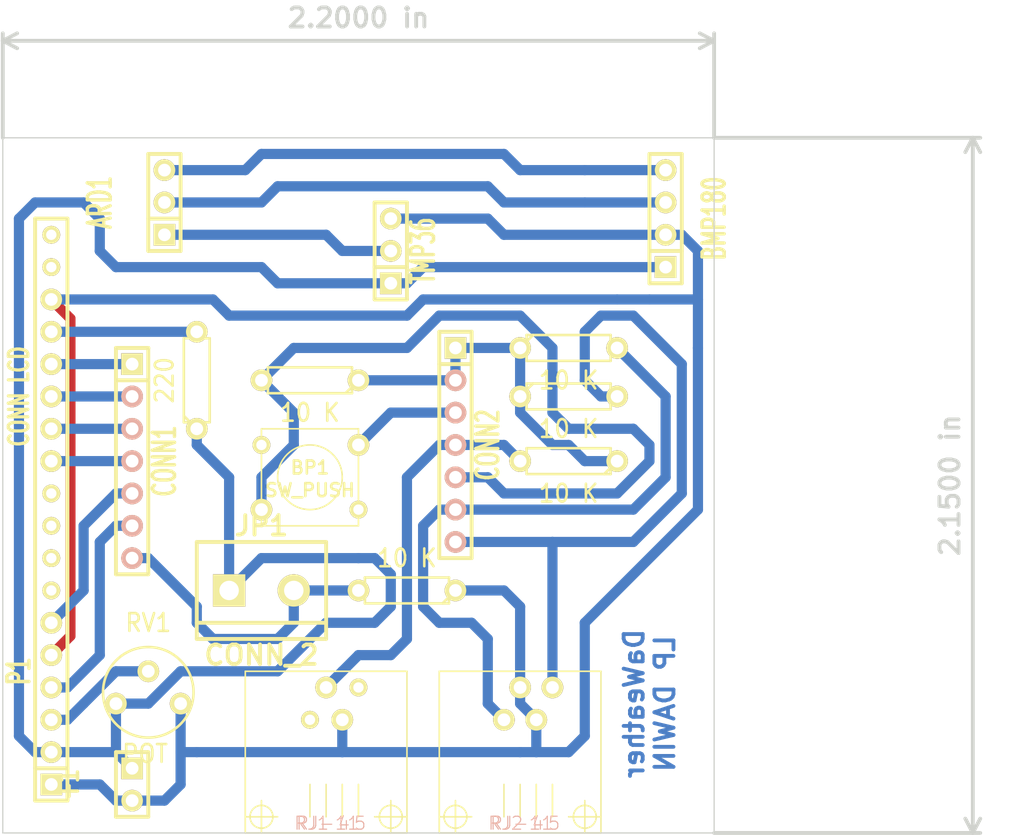
<source format=kicad_pcb>
(kicad_pcb (version 20171130) (host pcbnew "(5.1.12)-1")

  (general
    (thickness 1.6)
    (drawings 7)
    (tracks 175)
    (zones 0)
    (modules 18)
    (nets 21)
  )

  (page A3)
  (layers
    (0 Dessus.Cu signal)
    (31 Dessous.Cu signal)
    (32 B.Adhes user)
    (33 F.Adhes user)
    (34 B.Paste user)
    (35 F.Paste user)
    (36 B.SilkS user)
    (37 F.SilkS user)
    (38 B.Mask user)
    (39 F.Mask user)
    (40 Dwgs.User user)
    (41 Cmts.User user)
    (42 Eco1.User user)
    (43 Eco2.User user)
    (44 Edge.Cuts user)
  )

  (setup
    (last_trace_width 0.8)
    (trace_clearance 0.254)
    (zone_clearance 0.508)
    (zone_45_only no)
    (trace_min 0.254)
    (via_size 0.889)
    (via_drill 0.635)
    (via_min_size 0.889)
    (via_min_drill 0.508)
    (uvia_size 0.508)
    (uvia_drill 0.127)
    (uvias_allowed no)
    (uvia_min_size 0.508)
    (uvia_min_drill 0.127)
    (edge_width 0.1)
    (segment_width 0.2)
    (pcb_text_width 0.3)
    (pcb_text_size 1.5 1.5)
    (mod_edge_width 0.15)
    (mod_text_size 1 1)
    (mod_text_width 0.15)
    (pad_size 1.7 1.7)
    (pad_drill 1)
    (pad_to_mask_clearance 0)
    (aux_axis_origin 0 0)
    (visible_elements 7FFFFFFF)
    (pcbplotparams
      (layerselection 0x00030_ffffffff)
      (usegerberextensions true)
      (usegerberattributes true)
      (usegerberadvancedattributes true)
      (creategerberjobfile true)
      (excludeedgelayer true)
      (linewidth 0.150000)
      (plotframeref false)
      (viasonmask false)
      (mode 1)
      (useauxorigin false)
      (hpglpennumber 1)
      (hpglpenspeed 20)
      (hpglpendiameter 15.000000)
      (psnegative false)
      (psa4output false)
      (plotreference true)
      (plotvalue true)
      (plotinvisibletext false)
      (padsonsilk false)
      (subtractmaskfromsilk false)
      (outputformat 1)
      (mirror false)
      (drillshape 1)
      (scaleselection 1)
      (outputdirectory ""))
  )

  (net 0 "")
  (net 1 N-000001)
  (net 2 N-0000010)
  (net 3 N-0000011)
  (net 4 N-0000012)
  (net 5 N-0000013)
  (net 6 N-0000015)
  (net 7 N-0000016)
  (net 8 N-0000017)
  (net 9 N-0000018)
  (net 10 N-0000019)
  (net 11 N-000002)
  (net 12 N-0000020)
  (net 13 N-0000021)
  (net 14 N-0000022)
  (net 15 N-0000027)
  (net 16 N-000003)
  (net 17 N-000004)
  (net 18 N-000005)
  (net 19 N-000006)
  (net 20 N-000009)

  (net_class Default "Ceci est la Netclass par défaut"
    (clearance 0.254)
    (trace_width 0.8)
    (via_dia 0.889)
    (via_drill 0.635)
    (uvia_dia 0.508)
    (uvia_drill 0.127)
    (add_net N-000001)
    (add_net N-0000010)
    (add_net N-0000011)
    (add_net N-0000012)
    (add_net N-0000013)
    (add_net N-0000015)
    (add_net N-0000016)
    (add_net N-0000017)
    (add_net N-0000018)
    (add_net N-0000019)
    (add_net N-000002)
    (add_net N-0000020)
    (add_net N-0000021)
    (add_net N-0000022)
    (add_net N-0000027)
    (add_net N-000003)
    (add_net N-000004)
    (add_net N-000005)
    (add_net N-000006)
    (add_net N-000009)
  )

  (module SW_PUSH_SMALL (layer Dessus.Cu) (tedit 54C9627A) (tstamp 54C90043)
    (at 97.79 81.28)
    (path /54C8C291)
    (fp_text reference BP1 (at 0 -0.762) (layer F.SilkS)
      (effects (font (size 1.016 1.016) (thickness 0.2032)))
    )
    (fp_text value SW_PUSH (at 0 1.016) (layer F.SilkS)
      (effects (font (size 1.016 1.016) (thickness 0.2032)))
    )
    (fp_line (start -3.81 -3.81) (end -3.81 3.81) (layer F.SilkS) (width 0.127))
    (fp_line (start 3.81 3.81) (end -3.81 3.81) (layer F.SilkS) (width 0.127))
    (fp_line (start 3.81 -3.81) (end 3.81 3.81) (layer F.SilkS) (width 0.127))
    (fp_line (start -3.81 -3.81) (end 3.81 -3.81) (layer F.SilkS) (width 0.127))
    (fp_circle (center 0 0) (end 0 -2.54) (layer F.SilkS) (width 0.127))
    (pad 1 thru_hole circle (at 3.81 -2.54) (size 1.7 1.7) (drill 1) (layers *.Cu *.Mask F.SilkS)
      (net 18 N-000005))
    (pad 2 thru_hole circle (at 3.81 2.54) (size 1.397 1.397) (drill 0.8128) (layers *.Cu *.Mask F.SilkS))
    (pad 1 thru_hole circle (at -3.81 -2.54) (size 1.397 1.397) (drill 0.8128) (layers *.Cu *.Mask F.SilkS))
    (pad 2 thru_hole circle (at -3.81 2.54) (size 1.7 1.7) (drill 1) (layers *.Cu *.Mask F.SilkS)
      (net 11 N-000002))
  )

  (module SIL-7 (layer Dessus.Cu) (tedit 54C96456) (tstamp 54C90055)
    (at 109.22 78.74 270)
    (descr "Connecteur 7 pins")
    (tags "CONN DEV")
    (path /54C8DBB2)
    (fp_text reference CONN2 (at 0 -2.54 270) (layer F.SilkS)
      (effects (font (size 1.72974 1.08712) (thickness 0.3048)))
    )
    (fp_text value CONN_7 (at 0 2.54 270) (layer F.SilkS) hide
      (effects (font (size 1.524 1.016) (thickness 0.3048)))
    )
    (fp_line (start -6.35 1.27) (end -6.35 -1.27) (layer F.SilkS) (width 0.3048))
    (fp_line (start -6.35 1.27) (end -6.35 1.27) (layer F.SilkS) (width 0.3048))
    (fp_line (start -8.89 1.27) (end -8.89 -1.27) (layer F.SilkS) (width 0.3048))
    (fp_line (start 8.89 1.27) (end -8.89 1.27) (layer F.SilkS) (width 0.3048))
    (fp_line (start 8.89 -1.27) (end 8.89 1.27) (layer F.SilkS) (width 0.3048))
    (fp_line (start -8.89 -1.27) (end 8.89 -1.27) (layer F.SilkS) (width 0.3048))
    (fp_line (start -8.89 -1.27) (end -8.89 -1.27) (layer F.SilkS) (width 0.3048))
    (pad 1 thru_hole rect (at -7.62 0 270) (size 1.7 1.7) (drill 1) (layers *.Cu *.Mask F.SilkS)
      (net 10 N-0000019))
    (pad 2 thru_hole circle (at -5.08 0 270) (size 1.7 1.7) (drill 1) (layers *.Cu *.SilkS *.Mask)
      (net 10 N-0000019))
    (pad 3 thru_hole circle (at -2.54 0 270) (size 1.7 1.7) (drill 1) (layers *.Cu *.SilkS *.Mask)
      (net 18 N-000005))
    (pad 4 thru_hole circle (at 0 0 270) (size 1.7 1.7) (drill 1) (layers *.Cu *.SilkS *.Mask)
      (net 17 N-000004))
    (pad 5 thru_hole circle (at 2.54 0 270) (size 1.7 1.7) (drill 1) (layers *.Cu *.SilkS *.Mask)
      (net 11 N-000002))
    (pad 6 thru_hole circle (at 5.08 0 270) (size 1.7 1.7) (drill 1) (layers *.Cu *.SilkS *.Mask)
      (net 1 N-000001))
    (pad 7 thru_hole circle (at 7.62 0 270) (size 1.7 1.7) (drill 1) (layers *.Cu *.SilkS *.Mask)
      (net 16 N-000003))
  )

  (module SIL-7 (layer Dessus.Cu) (tedit 54C962FA) (tstamp 54C90067)
    (at 83.82 80.01 270)
    (descr "Connecteur 7 pins")
    (tags "CONN DEV")
    (path /54C8D248)
    (fp_text reference CONN1 (at 0 -2.54 270) (layer F.SilkS)
      (effects (font (size 1.72974 1.08712) (thickness 0.3048)))
    )
    (fp_text value CONN_7 (at 0 -2.54 270) (layer F.SilkS) hide
      (effects (font (size 1.524 1.016) (thickness 0.3048)))
    )
    (fp_line (start -6.35 1.27) (end -6.35 -1.27) (layer F.SilkS) (width 0.3048))
    (fp_line (start -6.35 1.27) (end -6.35 1.27) (layer F.SilkS) (width 0.3048))
    (fp_line (start -8.89 1.27) (end -8.89 -1.27) (layer F.SilkS) (width 0.3048))
    (fp_line (start 8.89 1.27) (end -8.89 1.27) (layer F.SilkS) (width 0.3048))
    (fp_line (start 8.89 -1.27) (end 8.89 1.27) (layer F.SilkS) (width 0.3048))
    (fp_line (start -8.89 -1.27) (end 8.89 -1.27) (layer F.SilkS) (width 0.3048))
    (fp_line (start -8.89 -1.27) (end -8.89 -1.27) (layer F.SilkS) (width 0.3048))
    (pad 1 thru_hole rect (at -7.62 0 270) (size 1.7 1.7) (drill 1) (layers *.Cu *.Mask F.SilkS)
      (net 7 N-0000016))
    (pad 2 thru_hole circle (at -5.08 0 270) (size 1.7 1.7) (drill 1) (layers *.Cu *.SilkS *.Mask)
      (net 8 N-0000017))
    (pad 3 thru_hole circle (at -2.54 0 270) (size 1.7 1.7) (drill 1) (layers *.Cu *.SilkS *.Mask)
      (net 15 N-0000027))
    (pad 4 thru_hole circle (at 0 0 270) (size 1.7 1.7) (drill 1) (layers *.Cu *.SilkS *.Mask)
      (net 9 N-0000018))
    (pad 5 thru_hole circle (at 2.54 0 270) (size 1.7 1.7) (drill 1) (layers *.Cu *.SilkS *.Mask)
      (net 14 N-0000022))
    (pad 6 thru_hole circle (at 5.08 0 270) (size 1.7 1.7) (drill 1) (layers *.Cu *.SilkS *.Mask)
      (net 4 N-0000012))
    (pad 7 thru_hole circle (at 7.62 0 270) (size 1.7 1.7) (drill 1) (layers *.Cu *.SilkS *.Mask)
      (net 6 N-0000015))
  )

  (module SIL-4 (layer Dessus.Cu) (tedit 54C961F0) (tstamp 54C90076)
    (at 125.73 60.96 90)
    (descr "Connecteur 4 pibs")
    (tags "CONN DEV")
    (path /54C8F200)
    (fp_text reference BMP180 (at 0 3.81 90) (layer F.SilkS)
      (effects (font (size 1.73482 1.08712) (thickness 0.3048)))
    )
    (fp_text value CONN_4 (at 0 -2.54 90) (layer F.SilkS) hide
      (effects (font (size 1.524 1.016) (thickness 0.3048)))
    )
    (fp_line (start -2.54 1.27) (end -2.54 -1.27) (layer F.SilkS) (width 0.3048))
    (fp_line (start 5.08 1.27) (end -5.08 1.27) (layer F.SilkS) (width 0.3048))
    (fp_line (start 5.08 -1.27) (end 5.08 1.27) (layer F.SilkS) (width 0.3048))
    (fp_line (start -5.08 -1.27) (end 5.08 -1.27) (layer F.SilkS) (width 0.3048))
    (fp_line (start -5.08 -1.27) (end -5.08 -1.27) (layer F.SilkS) (width 0.3048))
    (fp_line (start -5.08 1.27) (end -5.08 -1.27) (layer F.SilkS) (width 0.3048))
    (fp_line (start -5.08 -1.27) (end -5.08 -1.27) (layer F.SilkS) (width 0.3048))
    (pad 1 thru_hole rect (at -3.81 0 90) (size 1.7 1.7) (drill 1) (layers *.Cu *.Mask F.SilkS)
      (net 19 N-000006))
    (pad 2 thru_hole circle (at -1.27 0 90) (size 1.7 1.7) (drill 1) (layers *.Cu *.Mask F.SilkS)
      (net 13 N-0000021))
    (pad 3 thru_hole circle (at 1.27 0 90) (size 1.7 1.7) (drill 1) (layers *.Cu *.Mask F.SilkS)
      (net 2 N-0000010))
    (pad 4 thru_hole circle (at 3.81 0 90) (size 1.7 1.7) (drill 1) (layers *.Cu *.Mask F.SilkS)
      (net 3 N-0000011))
  )

  (module SIL-3 (layer Dessus.Cu) (tedit 54C96230) (tstamp 54C90082)
    (at 86.36 59.69 90)
    (descr "Connecteur 3 pins")
    (tags "CONN DEV")
    (path /54C8EE3C)
    (fp_text reference ARD1 (at 0 -5.08 90) (layer F.SilkS)
      (effects (font (size 1.7907 1.07696) (thickness 0.3048)))
    )
    (fp_text value CONN_3 (at 0 -2.54 90) (layer F.SilkS) hide
      (effects (font (size 1.524 1.016) (thickness 0.3048)))
    )
    (fp_line (start -1.27 -1.27) (end -1.27 1.27) (layer F.SilkS) (width 0.3048))
    (fp_line (start 3.81 1.27) (end -3.81 1.27) (layer F.SilkS) (width 0.3048))
    (fp_line (start 3.81 -1.27) (end 3.81 1.27) (layer F.SilkS) (width 0.3048))
    (fp_line (start -3.81 -1.27) (end 3.81 -1.27) (layer F.SilkS) (width 0.3048))
    (fp_line (start -3.81 1.27) (end -3.81 -1.27) (layer F.SilkS) (width 0.3048))
    (pad 1 thru_hole rect (at -2.54 0 90) (size 1.7 1.7) (drill 1) (layers *.Cu *.Mask F.SilkS)
      (net 20 N-000009))
    (pad 2 thru_hole circle (at 0 0 90) (size 1.7 1.7) (drill 1) (layers *.Cu *.Mask F.SilkS)
      (net 2 N-0000010))
    (pad 3 thru_hole circle (at 2.54 0 90) (size 1.7 1.7) (drill 1) (layers *.Cu *.Mask F.SilkS)
      (net 3 N-0000011))
  )

  (module SIL-3 (layer Dessus.Cu) (tedit 54C96211) (tstamp 54C94F19)
    (at 104.14 63.5 90)
    (descr "Connecteur 3 pins")
    (tags "CONN DEV")
    (path /54C8ECC3)
    (fp_text reference TMP36 (at 0 2.54 90) (layer F.SilkS)
      (effects (font (size 1.7907 1.07696) (thickness 0.3048)))
    )
    (fp_text value CONN_3 (at 0 -2.54 90) (layer F.SilkS) hide
      (effects (font (size 1.524 1.016) (thickness 0.3048)))
    )
    (fp_line (start -1.27 -1.27) (end -1.27 1.27) (layer F.SilkS) (width 0.3048))
    (fp_line (start 3.81 1.27) (end -3.81 1.27) (layer F.SilkS) (width 0.3048))
    (fp_line (start 3.81 -1.27) (end 3.81 1.27) (layer F.SilkS) (width 0.3048))
    (fp_line (start -3.81 -1.27) (end 3.81 -1.27) (layer F.SilkS) (width 0.3048))
    (fp_line (start -3.81 1.27) (end -3.81 -1.27) (layer F.SilkS) (width 0.3048))
    (pad 1 thru_hole rect (at -2.54 0 90) (size 1.7 1.7) (drill 1) (layers *.Cu *.Mask F.SilkS)
      (net 19 N-000006))
    (pad 2 thru_hole circle (at 0 0 90) (size 1.7 1.7) (drill 1) (layers *.Cu *.Mask F.SilkS)
      (net 20 N-000009))
    (pad 3 thru_hole circle (at 2.54 0 90) (size 1.7 1.7) (drill 1) (layers *.Cu *.Mask F.SilkS)
      (net 13 N-0000021))
  )

  (module SIL-2 (layer Dessus.Cu) (tedit 54C963B1) (tstamp 54C90098)
    (at 83.82 105.41 270)
    (descr "Connecteurs 2 pins")
    (tags "CONN DEV")
    (path /54C8D258)
    (fp_text reference +1 (at 0 5.08 270) (layer F.SilkS)
      (effects (font (size 1.72974 1.08712) (thickness 0.3048)))
    )
    (fp_text value CONN_2 (at 0 -2.54 270) (layer F.SilkS) hide
      (effects (font (size 1.524 1.016) (thickness 0.3048)))
    )
    (fp_line (start 2.54 1.27) (end -2.54 1.27) (layer F.SilkS) (width 0.3048))
    (fp_line (start 2.54 -1.27) (end 2.54 1.27) (layer F.SilkS) (width 0.3048))
    (fp_line (start -2.54 -1.27) (end 2.54 -1.27) (layer F.SilkS) (width 0.3048))
    (fp_line (start -2.54 1.27) (end -2.54 -1.27) (layer F.SilkS) (width 0.3048))
    (pad 1 thru_hole rect (at -1.27 0 270) (size 1.7 1.7) (drill 1) (layers *.Cu *.Mask F.SilkS)
      (net 19 N-000006))
    (pad 2 thru_hole circle (at 1.27 0 270) (size 1.7 1.7) (drill 1) (layers *.Cu *.Mask F.SilkS)
      (net 13 N-0000021))
  )

  (module SIL-18 (layer Dessus.Cu) (tedit 54C96333) (tstamp 54C94F35)
    (at 77.47 83.82 90)
    (descr "Connecteur 18 pins")
    (tags "CONN DEV")
    (path /54C8CFEE)
    (fp_text reference P1 (at -12.7 -2.54 90) (layer F.SilkS)
      (effects (font (size 1.72974 1.08712) (thickness 0.3048)))
    )
    (fp_text value "CONN LCD" (at 8.89 -2.54 90) (layer F.SilkS)
      (effects (font (size 1.524 1.016) (thickness 0.3048)))
    )
    (fp_line (start -20.32 -1.27) (end -20.32 1.27) (layer F.SilkS) (width 0.3048))
    (fp_line (start -22.86 1.27) (end -22.86 -1.27) (layer F.SilkS) (width 0.3048))
    (fp_line (start 22.86 1.27) (end -22.86 1.27) (layer F.SilkS) (width 0.3048))
    (fp_line (start 22.86 -1.27) (end 22.86 1.27) (layer F.SilkS) (width 0.3048))
    (fp_line (start -22.86 -1.27) (end 22.86 -1.27) (layer F.SilkS) (width 0.3048))
    (pad 1 thru_hole rect (at -21.59 0 90) (size 1.7 1.7) (drill 1) (layers *.Cu *.Mask F.SilkS)
      (net 13 N-0000021))
    (pad 2 thru_hole circle (at -19.05 0 90) (size 1.7 1.7) (drill 1) (layers *.Cu *.Mask F.SilkS)
      (net 19 N-000006))
    (pad 3 thru_hole circle (at -16.51 0 90) (size 1.7 1.7) (drill 1) (layers *.Cu *.Mask F.SilkS)
      (net 12 N-0000020))
    (pad 4 thru_hole circle (at -13.97 0 90) (size 1.7 1.7) (drill 1) (layers *.Cu *.Mask F.SilkS)
      (net 4 N-0000012))
    (pad 5 thru_hole circle (at -11.43 0 90) (size 1.7 1.7) (drill 1) (layers *.Cu *.Mask F.SilkS)
      (net 13 N-0000021))
    (pad 6 thru_hole circle (at -8.89 0 90) (size 1.7 1.7) (drill 1) (layers *.Cu *.Mask F.SilkS)
      (net 14 N-0000022))
    (pad 7 thru_hole circle (at -6.35 0 90) (size 1.397 1.397) (drill 0.8128) (layers *.Cu *.Mask F.SilkS))
    (pad 8 thru_hole circle (at -3.81 0 90) (size 1.397 1.397) (drill 0.8128) (layers *.Cu *.Mask F.SilkS))
    (pad 9 thru_hole circle (at -1.27 0 90) (size 1.397 1.397) (drill 0.8128) (layers *.Cu *.Mask F.SilkS))
    (pad 10 thru_hole circle (at 1.27 0 90) (size 1.397 1.397) (drill 0.8128) (layers *.Cu *.Mask F.SilkS))
    (pad 11 thru_hole circle (at 3.81 0 90) (size 1.7 1.7) (drill 1) (layers *.Cu *.Mask F.SilkS)
      (net 9 N-0000018))
    (pad 12 thru_hole circle (at 6.35 0 90) (size 1.7 1.7) (drill 1) (layers *.Cu *.Mask F.SilkS)
      (net 15 N-0000027))
    (pad 13 thru_hole circle (at 8.89 0 90) (size 1.7 1.7) (drill 1) (layers *.Cu *.Mask F.SilkS)
      (net 8 N-0000017))
    (pad 14 thru_hole circle (at 11.43 0 90) (size 1.7 1.7) (drill 1) (layers *.Cu *.Mask F.SilkS)
      (net 7 N-0000016))
    (pad 15 thru_hole circle (at 13.97 0 90) (size 1.7 1.7) (drill 1) (layers *.Cu *.Mask F.SilkS)
      (net 5 N-0000013))
    (pad 16 thru_hole circle (at 16.51 0 90) (size 1.7 1.7) (drill 1) (layers *.Cu *.Mask F.SilkS)
      (net 13 N-0000021))
    (pad 17 thru_hole circle (at 19.05 0 90) (size 1.397 1.397) (drill 0.8128) (layers *.Cu *.Mask F.SilkS))
    (pad 18 thru_hole circle (at 21.59 0 90) (size 1.397 1.397) (drill 0.8128) (layers *.Cu *.Mask F.SilkS))
  )

  (module scenix4-RJ-11 (layer Dessus.Cu) (tedit 54C963C7) (tstamp 54C900CB)
    (at 99.06 101.6 180)
    (path /54C8FB85)
    (attr virtual)
    (fp_text reference RJ1 (at 1.143 -6.858 180) (layer B.SilkS)
      (effects (font (size 1.016 1.016) (thickness 0.0889)))
    )
    (fp_text value RJ-11 (at -0.127 -6.858 180) (layer B.SilkS)
      (effects (font (size 1.016 1.016) (thickness 0.0889)))
    )
    (fp_line (start 5.08 -5.08) (end 5.08 -7.62) (layer F.SilkS) (width 0.127))
    (fp_line (start 3.81 -6.35) (end 6.35 -6.35) (layer F.SilkS) (width 0.127))
    (fp_circle (center 5.08 -6.35) (end 5.715 -6.985) (layer F.SilkS) (width 0.127))
    (fp_line (start -5.08 -5.08) (end -5.08 -7.62) (layer F.SilkS) (width 0.127))
    (fp_line (start -6.35 -6.35) (end -3.81 -6.35) (layer F.SilkS) (width 0.127))
    (fp_circle (center -5.08 -6.35) (end -5.715 -6.985) (layer F.SilkS) (width 0.127))
    (fp_line (start -6.35 5.08) (end -6.35 -7.62) (layer F.SilkS) (width 0.127))
    (fp_line (start 6.35 5.08) (end -6.35 5.08) (layer F.SilkS) (width 0.127))
    (fp_line (start 6.35 -7.62) (end 6.35 5.08) (layer F.SilkS) (width 0.127))
    (fp_line (start -6.35 -7.62) (end 6.35 -7.62) (layer F.SilkS) (width 0.127))
    (fp_line (start 1.27 -6.35) (end 1.27 -3.81) (layer F.SilkS) (width 0.127))
    (fp_line (start 0 -6.35) (end 0 -3.81) (layer F.SilkS) (width 0.127))
    (fp_line (start -1.27 -6.35) (end -1.27 -3.81) (layer F.SilkS) (width 0.127))
    (fp_line (start -2.54 -6.35) (end -2.54 -3.81) (layer F.SilkS) (width 0.127))
    (fp_text user 4 (at -1.397 -6.858 180) (layer B.SilkS)
      (effects (font (size 1.016 1.016) (thickness 0.0889)))
    )
    (fp_text user 5 (at -2.667 -6.858 180) (layer B.SilkS)
      (effects (font (size 1.016 1.016) (thickness 0.0889)))
    )
    (pad 2 thru_hole circle (at 1.27 1.27 180) (size 1.397 1.397) (drill 0.8128) (layers *.Cu F.Paste F.SilkS F.Mask))
    (pad 3 thru_hole circle (at 0 3.81 180) (size 1.7 1.7) (drill 1) (layers *.Cu F.Paste F.SilkS F.Mask)
      (net 17 N-000004))
    (pad 4 thru_hole circle (at -1.27 1.27 180) (size 1.7 1.7) (drill 1) (layers *.Cu F.Paste F.SilkS F.Mask)
      (net 13 N-0000021))
    (pad 5 thru_hole circle (at -2.54 3.81 180) (size 1.397 1.397) (drill 0.8128) (layers *.Cu F.Paste F.SilkS F.Mask))
  )

  (module scenix4-RJ-11 (layer Dessus.Cu) (tedit 54C96401) (tstamp 54C900E3)
    (at 114.3 101.6 180)
    (path /54C8C2DD)
    (attr virtual)
    (fp_text reference RJ2 (at 1.143 -6.858 180) (layer B.SilkS)
      (effects (font (size 1.016 1.016) (thickness 0.0889)))
    )
    (fp_text value RJ-11 (at -0.127 -6.858 180) (layer B.SilkS)
      (effects (font (size 1.016 1.016) (thickness 0.0889)))
    )
    (fp_line (start 5.08 -5.08) (end 5.08 -7.62) (layer F.SilkS) (width 0.127))
    (fp_line (start 3.81 -6.35) (end 6.35 -6.35) (layer F.SilkS) (width 0.127))
    (fp_circle (center 5.08 -6.35) (end 5.715 -6.985) (layer F.SilkS) (width 0.127))
    (fp_line (start -5.08 -5.08) (end -5.08 -7.62) (layer F.SilkS) (width 0.127))
    (fp_line (start -6.35 -6.35) (end -3.81 -6.35) (layer F.SilkS) (width 0.127))
    (fp_circle (center -5.08 -6.35) (end -5.715 -6.985) (layer F.SilkS) (width 0.127))
    (fp_line (start -6.35 5.08) (end -6.35 -7.62) (layer F.SilkS) (width 0.127))
    (fp_line (start 6.35 5.08) (end -6.35 5.08) (layer F.SilkS) (width 0.127))
    (fp_line (start 6.35 -7.62) (end 6.35 5.08) (layer F.SilkS) (width 0.127))
    (fp_line (start -6.35 -7.62) (end 6.35 -7.62) (layer F.SilkS) (width 0.127))
    (fp_line (start 1.27 -6.35) (end 1.27 -3.81) (layer F.SilkS) (width 0.127))
    (fp_line (start 0 -6.35) (end 0 -3.81) (layer F.SilkS) (width 0.127))
    (fp_line (start -1.27 -6.35) (end -1.27 -3.81) (layer F.SilkS) (width 0.127))
    (fp_line (start -2.54 -6.35) (end -2.54 -3.81) (layer F.SilkS) (width 0.127))
    (fp_text user 4 (at -1.397 -6.858 180) (layer B.SilkS)
      (effects (font (size 1.016 1.016) (thickness 0.0889)))
    )
    (fp_text user 5 (at -2.667 -6.858 180) (layer B.SilkS)
      (effects (font (size 1.016 1.016) (thickness 0.0889)))
    )
    (pad 2 thru_hole circle (at 1.27 1.27 180) (size 1.7 1.7) (drill 1) (layers *.Cu F.Paste F.SilkS F.Mask)
      (net 1 N-000001))
    (pad 3 thru_hole circle (at 0 3.81 180) (size 1.7 1.7) (drill 1) (layers *.Cu F.Paste F.SilkS F.Mask)
      (net 13 N-0000021))
    (pad 4 thru_hole circle (at -1.27 1.27 180) (size 1.7 1.7) (drill 1) (layers *.Cu F.Paste F.SilkS F.Mask)
      (net 13 N-0000021))
    (pad 5 thru_hole circle (at -2.54 3.81 180) (size 1.7 1.7) (drill 1) (layers *.Cu F.Paste F.SilkS F.Mask)
      (net 16 N-000003))
  )

  (module RV2 (layer Dessus.Cu) (tedit 54C96351) (tstamp 54C900EB)
    (at 85.09 97.79)
    (descr "Resistance variable / potentiometre")
    (tags R)
    (path /54C8F4AF)
    (autoplace_cost90 10)
    (autoplace_cost180 10)
    (fp_text reference RV1 (at 0 -5.08) (layer F.SilkS)
      (effects (font (size 1.397 1.27) (thickness 0.2032)))
    )
    (fp_text value POT (at -0.254 5.207) (layer F.SilkS)
      (effects (font (size 1.397 1.27) (thickness 0.2032)))
    )
    (fp_circle (center 0 0.381) (end 0 -3.175) (layer F.SilkS) (width 0.2032))
    (pad 1 thru_hole circle (at -2.54 1.27) (size 1.7 1.7) (drill 1) (layers *.Cu *.Mask F.SilkS)
      (net 19 N-000006))
    (pad 2 thru_hole circle (at 0 -1.27) (size 1.7 1.7) (drill 1) (layers *.Cu *.Mask F.SilkS)
      (net 12 N-0000020))
    (pad 3 thru_hole circle (at 2.54 1.27) (size 1.7 1.7) (drill 1) (layers *.Cu *.Mask F.SilkS)
      (net 13 N-0000021))
    (model discret/adjustable_rx2.wrl
      (at (xyz 0 0 0))
      (scale (xyz 1 1 1))
      (rotate (xyz 0 0 0))
    )
  )

  (module R3 (layer Dessus.Cu) (tedit 54C96248) (tstamp 54C900F9)
    (at 88.9 73.66 90)
    (descr "Resitance 3 pas")
    (tags R)
    (path /54C8D0E6)
    (autoplace_cost180 10)
    (fp_text reference R6 (at 0 0.127 90) (layer F.SilkS) hide
      (effects (font (size 1.397 1.27) (thickness 0.2032)))
    )
    (fp_text value 220 (at 0 -2.54 90) (layer F.SilkS)
      (effects (font (size 1.397 1.27) (thickness 0.2032)))
    )
    (fp_line (start -3.302 -0.508) (end -2.794 -1.016) (layer F.SilkS) (width 0.2032))
    (fp_line (start 3.302 1.016) (end 3.302 0) (layer F.SilkS) (width 0.2032))
    (fp_line (start -3.302 1.016) (end 3.302 1.016) (layer F.SilkS) (width 0.2032))
    (fp_line (start -3.302 -1.016) (end -3.302 1.016) (layer F.SilkS) (width 0.2032))
    (fp_line (start 3.302 -1.016) (end -3.302 -1.016) (layer F.SilkS) (width 0.2032))
    (fp_line (start 3.302 0) (end 3.302 -1.016) (layer F.SilkS) (width 0.2032))
    (fp_line (start 3.81 0) (end 3.302 0) (layer F.SilkS) (width 0.2032))
    (fp_line (start -3.81 0) (end -3.302 0) (layer F.SilkS) (width 0.2032))
    (pad 1 thru_hole circle (at -3.81 0 90) (size 1.7 1.7) (drill 1) (layers *.Cu *.Mask F.SilkS)
      (net 19 N-000006))
    (pad 2 thru_hole circle (at 3.81 0 90) (size 1.7 1.7) (drill 1) (layers *.Cu *.Mask F.SilkS)
      (net 5 N-0000013))
    (model discret/resistor.wrl
      (at (xyz 0 0 0))
      (scale (xyz 0.3 0.3 0.3))
      (rotate (xyz 0 0 0))
    )
  )

  (module R3 (layer Dessus.Cu) (tedit 54C963D6) (tstamp 54C90107)
    (at 105.41 90.17 180)
    (descr "Resitance 3 pas")
    (tags R)
    (path /54C8D08F)
    (autoplace_cost180 10)
    (fp_text reference R5 (at 0 0.127 180) (layer F.SilkS) hide
      (effects (font (size 1.397 1.27) (thickness 0.2032)))
    )
    (fp_text value "10 K" (at 0 2.54 180) (layer F.SilkS)
      (effects (font (size 1.397 1.27) (thickness 0.2032)))
    )
    (fp_line (start -3.302 -0.508) (end -2.794 -1.016) (layer F.SilkS) (width 0.2032))
    (fp_line (start 3.302 1.016) (end 3.302 0) (layer F.SilkS) (width 0.2032))
    (fp_line (start -3.302 1.016) (end 3.302 1.016) (layer F.SilkS) (width 0.2032))
    (fp_line (start -3.302 -1.016) (end -3.302 1.016) (layer F.SilkS) (width 0.2032))
    (fp_line (start 3.302 -1.016) (end -3.302 -1.016) (layer F.SilkS) (width 0.2032))
    (fp_line (start 3.302 0) (end 3.302 -1.016) (layer F.SilkS) (width 0.2032))
    (fp_line (start 3.81 0) (end 3.302 0) (layer F.SilkS) (width 0.2032))
    (fp_line (start -3.81 0) (end -3.302 0) (layer F.SilkS) (width 0.2032))
    (pad 1 thru_hole circle (at -3.81 0 180) (size 1.7 1.7) (drill 1) (layers *.Cu *.Mask F.SilkS)
      (net 13 N-0000021))
    (pad 2 thru_hole circle (at 3.81 0 180) (size 1.7 1.7) (drill 1) (layers *.Cu *.Mask F.SilkS)
      (net 6 N-0000015))
    (model discret/resistor.wrl
      (at (xyz 0 0 0))
      (scale (xyz 0.3 0.3 0.3))
      (rotate (xyz 0 0 0))
    )
  )

  (module R3 (layer Dessus.Cu) (tedit 54C9648A) (tstamp 54C90115)
    (at 118.11 74.93)
    (descr "Resitance 3 pas")
    (tags R)
    (path /54C8B44B)
    (autoplace_cost180 10)
    (fp_text reference R4 (at 0 0.127) (layer F.SilkS) hide
      (effects (font (size 1.397 1.27) (thickness 0.2032)))
    )
    (fp_text value "10 K" (at 0 2.54) (layer F.SilkS)
      (effects (font (size 1.397 1.27) (thickness 0.2032)))
    )
    (fp_line (start -3.302 -0.508) (end -2.794 -1.016) (layer F.SilkS) (width 0.2032))
    (fp_line (start 3.302 1.016) (end 3.302 0) (layer F.SilkS) (width 0.2032))
    (fp_line (start -3.302 1.016) (end 3.302 1.016) (layer F.SilkS) (width 0.2032))
    (fp_line (start -3.302 -1.016) (end -3.302 1.016) (layer F.SilkS) (width 0.2032))
    (fp_line (start 3.302 -1.016) (end -3.302 -1.016) (layer F.SilkS) (width 0.2032))
    (fp_line (start 3.302 0) (end 3.302 -1.016) (layer F.SilkS) (width 0.2032))
    (fp_line (start 3.81 0) (end 3.302 0) (layer F.SilkS) (width 0.2032))
    (fp_line (start -3.81 0) (end -3.302 0) (layer F.SilkS) (width 0.2032))
    (pad 1 thru_hole circle (at -3.81 0) (size 1.7 1.7) (drill 1) (layers *.Cu *.Mask F.SilkS)
      (net 10 N-0000019))
    (pad 2 thru_hole circle (at 3.81 0) (size 1.7 1.7) (drill 1) (layers *.Cu *.Mask F.SilkS)
      (net 16 N-000003))
    (model discret/resistor.wrl
      (at (xyz 0 0 0))
      (scale (xyz 0.3 0.3 0.3))
      (rotate (xyz 0 0 0))
    )
  )

  (module R3 (layer Dessus.Cu) (tedit 54C96482) (tstamp 54C90123)
    (at 118.11 71.12)
    (descr "Resitance 3 pas")
    (tags R)
    (path /54C8B43C)
    (autoplace_cost180 10)
    (fp_text reference R3 (at 0 0.127) (layer F.SilkS) hide
      (effects (font (size 1.397 1.27) (thickness 0.2032)))
    )
    (fp_text value "10 K" (at 0 2.54) (layer F.SilkS)
      (effects (font (size 1.397 1.27) (thickness 0.2032)))
    )
    (fp_line (start -3.302 -0.508) (end -2.794 -1.016) (layer F.SilkS) (width 0.2032))
    (fp_line (start 3.302 1.016) (end 3.302 0) (layer F.SilkS) (width 0.2032))
    (fp_line (start -3.302 1.016) (end 3.302 1.016) (layer F.SilkS) (width 0.2032))
    (fp_line (start -3.302 -1.016) (end -3.302 1.016) (layer F.SilkS) (width 0.2032))
    (fp_line (start 3.302 -1.016) (end -3.302 -1.016) (layer F.SilkS) (width 0.2032))
    (fp_line (start 3.302 0) (end 3.302 -1.016) (layer F.SilkS) (width 0.2032))
    (fp_line (start 3.81 0) (end 3.302 0) (layer F.SilkS) (width 0.2032))
    (fp_line (start -3.81 0) (end -3.302 0) (layer F.SilkS) (width 0.2032))
    (pad 1 thru_hole circle (at -3.81 0) (size 1.7 1.7) (drill 1) (layers *.Cu *.Mask F.SilkS)
      (net 10 N-0000019))
    (pad 2 thru_hole circle (at 3.81 0) (size 1.7 1.7) (drill 1) (layers *.Cu *.Mask F.SilkS)
      (net 1 N-000001))
    (model discret/resistor.wrl
      (at (xyz 0 0 0))
      (scale (xyz 0.3 0.3 0.3))
      (rotate (xyz 0 0 0))
    )
  )

  (module R3 (layer Dessus.Cu) (tedit 54C96463) (tstamp 54C90131)
    (at 118.11 80.01 180)
    (descr "Resitance 3 pas")
    (tags R)
    (path /54C8B42D)
    (autoplace_cost180 10)
    (fp_text reference R2 (at 0 0.127 180) (layer F.SilkS) hide
      (effects (font (size 1.397 1.27) (thickness 0.2032)))
    )
    (fp_text value "10 K" (at 0 -2.54 180) (layer F.SilkS)
      (effects (font (size 1.397 1.27) (thickness 0.2032)))
    )
    (fp_line (start -3.302 -0.508) (end -2.794 -1.016) (layer F.SilkS) (width 0.2032))
    (fp_line (start 3.302 1.016) (end 3.302 0) (layer F.SilkS) (width 0.2032))
    (fp_line (start -3.302 1.016) (end 3.302 1.016) (layer F.SilkS) (width 0.2032))
    (fp_line (start -3.302 -1.016) (end -3.302 1.016) (layer F.SilkS) (width 0.2032))
    (fp_line (start 3.302 -1.016) (end -3.302 -1.016) (layer F.SilkS) (width 0.2032))
    (fp_line (start 3.302 0) (end 3.302 -1.016) (layer F.SilkS) (width 0.2032))
    (fp_line (start 3.81 0) (end 3.302 0) (layer F.SilkS) (width 0.2032))
    (fp_line (start -3.81 0) (end -3.302 0) (layer F.SilkS) (width 0.2032))
    (pad 1 thru_hole circle (at -3.81 0 180) (size 1.7 1.7) (drill 1) (layers *.Cu *.Mask F.SilkS)
      (net 10 N-0000019))
    (pad 2 thru_hole circle (at 3.81 0 180) (size 1.7 1.7) (drill 1) (layers *.Cu *.Mask F.SilkS)
      (net 17 N-000004))
    (model discret/resistor.wrl
      (at (xyz 0 0 0))
      (scale (xyz 0.3 0.3 0.3))
      (rotate (xyz 0 0 0))
    )
  )

  (module R3 (layer Dessus.Cu) (tedit 54C9625C) (tstamp 54C9013F)
    (at 97.79 73.66 180)
    (descr "Resitance 3 pas")
    (tags R)
    (path /54C8B41E)
    (autoplace_cost180 10)
    (fp_text reference R1 (at 0 0.127 180) (layer F.SilkS) hide
      (effects (font (size 1.397 1.27) (thickness 0.2032)))
    )
    (fp_text value "10 K" (at 0 -2.54 180) (layer F.SilkS)
      (effects (font (size 1.397 1.27) (thickness 0.2032)))
    )
    (fp_line (start -3.302 -0.508) (end -2.794 -1.016) (layer F.SilkS) (width 0.2032))
    (fp_line (start 3.302 1.016) (end 3.302 0) (layer F.SilkS) (width 0.2032))
    (fp_line (start -3.302 1.016) (end 3.302 1.016) (layer F.SilkS) (width 0.2032))
    (fp_line (start -3.302 -1.016) (end -3.302 1.016) (layer F.SilkS) (width 0.2032))
    (fp_line (start 3.302 -1.016) (end -3.302 -1.016) (layer F.SilkS) (width 0.2032))
    (fp_line (start 3.302 0) (end 3.302 -1.016) (layer F.SilkS) (width 0.2032))
    (fp_line (start 3.81 0) (end 3.302 0) (layer F.SilkS) (width 0.2032))
    (fp_line (start -3.81 0) (end -3.302 0) (layer F.SilkS) (width 0.2032))
    (pad 1 thru_hole circle (at -3.81 0 180) (size 1.7 1.7) (drill 1) (layers *.Cu *.Mask F.SilkS)
      (net 10 N-0000019))
    (pad 2 thru_hole circle (at 3.81 0 180) (size 1.7 1.7) (drill 1) (layers *.Cu *.Mask F.SilkS)
      (net 11 N-000002))
    (model discret/resistor.wrl
      (at (xyz 0 0 0))
      (scale (xyz 0.3 0.3 0.3))
      (rotate (xyz 0 0 0))
    )
  )

  (module bornier2 (layer Dessus.Cu) (tedit 3EC0ED69) (tstamp 54CA4416)
    (at 93.98 90.17)
    (descr "Bornier d'alimentation 2 pins")
    (tags DEV)
    (path /54C8F7A8)
    (fp_text reference JP1 (at 0 -5.08) (layer F.SilkS)
      (effects (font (size 1.524 1.524) (thickness 0.3048)))
    )
    (fp_text value CONN_2 (at 0 5.08) (layer F.SilkS)
      (effects (font (size 1.524 1.524) (thickness 0.3048)))
    )
    (fp_line (start -5.08 3.81) (end 5.08 3.81) (layer F.SilkS) (width 0.3048))
    (fp_line (start -5.08 -3.81) (end -5.08 3.81) (layer F.SilkS) (width 0.3048))
    (fp_line (start 5.08 -3.81) (end -5.08 -3.81) (layer F.SilkS) (width 0.3048))
    (fp_line (start 5.08 3.81) (end 5.08 -3.81) (layer F.SilkS) (width 0.3048))
    (fp_line (start 5.08 2.54) (end -5.08 2.54) (layer F.SilkS) (width 0.3048))
    (pad 1 thru_hole rect (at -2.54 0) (size 2.54 2.54) (drill 1.524) (layers *.Cu *.Mask F.SilkS)
      (net 19 N-000006))
    (pad 2 thru_hole circle (at 2.54 0) (size 2.54 2.54) (drill 1.524) (layers *.Cu *.Mask F.SilkS)
      (net 6 N-0000015))
    (model device/bornier_2.wrl
      (at (xyz 0 0 0))
      (scale (xyz 1 1 1))
      (rotate (xyz 0 0 0))
    )
  )

  (gr_text "DaWeather\nLP DAWIN\n" (at 124.46 99.06 90) (layer Dessous.Cu)
    (effects (font (size 1.5 1.5) (thickness 0.3)) (justify mirror))
  )
  (dimension 55.88 (width 0.3) (layer Edge.Cuts)
    (gr_text "55,880 mm" (at 101.6 45.640001) (layer Edge.Cuts)
      (effects (font (size 1.5 1.5) (thickness 0.3)))
    )
    (feature1 (pts (xy 129.54 54.61) (xy 129.54 44.290001)))
    (feature2 (pts (xy 73.66 54.61) (xy 73.66 44.290001)))
    (crossbar (pts (xy 73.66 46.990001) (xy 129.54 46.990001)))
    (arrow1a (pts (xy 129.54 46.990001) (xy 128.413497 47.576421)))
    (arrow1b (pts (xy 129.54 46.990001) (xy 128.413497 46.403581)))
    (arrow2a (pts (xy 73.66 46.990001) (xy 74.786503 47.576421)))
    (arrow2b (pts (xy 73.66 46.990001) (xy 74.786503 46.403581)))
  )
  (dimension 54.61 (width 0.3) (layer Edge.Cuts)
    (gr_text "54,610 mm" (at 151.209999 81.915001 270) (layer Edge.Cuts)
      (effects (font (size 1.5 1.5) (thickness 0.3)))
    )
    (feature1 (pts (xy 129.54 109.22) (xy 152.559999 109.220001)))
    (feature2 (pts (xy 129.54 54.61) (xy 152.559999 54.610001)))
    (crossbar (pts (xy 149.859999 54.610001) (xy 149.859999 109.220001)))
    (arrow1a (pts (xy 149.859999 109.220001) (xy 149.273579 108.093498)))
    (arrow1b (pts (xy 149.859999 109.220001) (xy 150.446419 108.093498)))
    (arrow2a (pts (xy 149.859999 54.610001) (xy 149.273579 55.736504)))
    (arrow2b (pts (xy 149.859999 54.610001) (xy 150.446419 55.736504)))
  )
  (gr_line (start 129.54 109.22) (end 129.54 54.61) (angle 90) (layer Edge.Cuts) (width 0.1))
  (gr_line (start 73.66 109.22) (end 129.54 109.22) (angle 90) (layer Edge.Cuts) (width 0.1))
  (gr_line (start 73.66 54.61) (end 73.66 109.22) (angle 90) (layer Edge.Cuts) (width 0.1))
  (gr_line (start 73.66 54.61) (end 129.54 54.61) (angle 90) (layer Edge.Cuts) (width 0.1))

  (segment (start 109.22 83.82) (end 107.95 83.82) (width 0.8) (layer Dessous.Cu) (net 1))
  (segment (start 111.76 99.06) (end 113.03 100.33) (width 0.8) (layer Dessous.Cu) (net 1) (tstamp 54CA4452))
  (segment (start 111.76 93.98) (end 111.76 99.06) (width 0.8) (layer Dessous.Cu) (net 1) (tstamp 54CA4451))
  (segment (start 110.49 92.71) (end 111.76 93.98) (width 0.8) (layer Dessous.Cu) (net 1) (tstamp 54CA4450))
  (segment (start 107.95 92.71) (end 110.49 92.71) (width 0.8) (layer Dessous.Cu) (net 1) (tstamp 54CA444F))
  (segment (start 106.68 91.44) (end 107.95 92.71) (width 0.8) (layer Dessous.Cu) (net 1) (tstamp 54CA444E))
  (segment (start 106.68 85.09) (end 106.68 91.44) (width 0.8) (layer Dessous.Cu) (net 1) (tstamp 54CA444D))
  (segment (start 107.95 83.82) (end 106.68 85.09) (width 0.8) (layer Dessous.Cu) (net 1) (tstamp 54CA444C))
  (segment (start 109.22 83.82) (end 123.19 83.82) (width 0.8) (layer Dessous.Cu) (net 1) (status 10))
  (segment (start 125.73 74.93) (end 121.92 71.12) (width 0.8) (layer Dessous.Cu) (net 1) (tstamp 54C95A04) (status 20))
  (segment (start 125.73 81.28) (end 125.73 74.93) (width 0.8) (layer Dessous.Cu) (net 1) (tstamp 54C95A03))
  (segment (start 123.19 83.82) (end 125.73 81.28) (width 0.8) (layer Dessous.Cu) (net 1) (tstamp 54C959FF))
  (segment (start 125.73 59.69) (end 119.38 59.69) (width 0.8) (layer Dessous.Cu) (net 2))
  (segment (start 113.03 59.69) (end 119.38 59.69) (width 0.8) (layer Dessous.Cu) (net 2) (tstamp 54C94E4A) (status 20))
  (segment (start 111.76 58.42) (end 113.03 59.69) (width 0.8) (layer Dessous.Cu) (net 2) (tstamp 54C94E49))
  (segment (start 95.25 58.42) (end 111.76 58.42) (width 0.8) (layer Dessous.Cu) (net 2) (tstamp 54C94E48))
  (segment (start 93.98 59.69) (end 95.25 58.42) (width 0.8) (layer Dessous.Cu) (net 2) (tstamp 54C94E47))
  (segment (start 93.98 59.69) (end 86.36 59.69) (width 0.8) (layer Dessous.Cu) (net 2) (status 10))
  (segment (start 125.73 57.15) (end 119.38 57.15) (width 0.8) (layer Dessous.Cu) (net 3))
  (segment (start 114.3 57.15) (end 119.38 57.15) (width 0.8) (layer Dessous.Cu) (net 3) (tstamp 54C94E55) (status 20))
  (segment (start 113.03 55.88) (end 114.3 57.15) (width 0.8) (layer Dessous.Cu) (net 3) (tstamp 54C94E54))
  (segment (start 93.98 55.88) (end 113.03 55.88) (width 0.8) (layer Dessous.Cu) (net 3) (tstamp 54C94E53))
  (segment (start 92.71 57.15) (end 93.98 55.88) (width 0.8) (layer Dessous.Cu) (net 3) (tstamp 54C94E52))
  (segment (start 92.71 57.15) (end 86.36 57.15) (width 0.8) (layer Dessous.Cu) (net 3) (status 10))
  (segment (start 77.47 97.79) (end 78.74 97.79) (width 0.8) (layer Dessous.Cu) (net 4))
  (segment (start 78.74 97.79) (end 81.28 95.25) (width 0.8) (layer Dessous.Cu) (net 4) (tstamp 54C95CEB))
  (segment (start 81.28 95.25) (end 81.28 86.36) (width 0.8) (layer Dessous.Cu) (net 4) (tstamp 54C95CEC))
  (segment (start 81.28 86.36) (end 82.55 85.09) (width 0.8) (layer Dessous.Cu) (net 4) (tstamp 54C95CEE))
  (segment (start 82.55 85.09) (end 83.82 85.09) (width 0.8) (layer Dessous.Cu) (net 4) (tstamp 54C95CEF))
  (segment (start 77.47 69.85) (end 88.9 69.85) (width 0.8) (layer Dessous.Cu) (net 5) (status 30))
  (segment (start 96.52 90.17) (end 101.6 90.17) (width 0.8) (layer Dessous.Cu) (net 6))
  (segment (start 83.82 87.63) (end 85.09 87.63) (width 0.8) (layer Dessous.Cu) (net 6))
  (segment (start 96.52 92.71) (end 96.52 90.17) (width 0.8) (layer Dessous.Cu) (net 6) (tstamp 54CA442C))
  (segment (start 95.25 93.98) (end 96.52 92.71) (width 0.8) (layer Dessous.Cu) (net 6) (tstamp 54CA442B))
  (segment (start 90.17 93.98) (end 95.25 93.98) (width 0.8) (layer Dessous.Cu) (net 6) (tstamp 54CA442A))
  (segment (start 88.9 92.71) (end 90.17 93.98) (width 0.8) (layer Dessous.Cu) (net 6) (tstamp 54CA4429))
  (segment (start 88.9 91.44) (end 88.9 92.71) (width 0.8) (layer Dessous.Cu) (net 6) (tstamp 54CA4428))
  (segment (start 85.09 87.63) (end 88.9 91.44) (width 0.8) (layer Dessous.Cu) (net 6) (tstamp 54CA4427))
  (segment (start 77.47 72.39) (end 83.82 72.39) (width 0.8) (layer Dessous.Cu) (net 7) (status 30))
  (segment (start 77.47 74.93) (end 83.82 74.93) (width 0.8) (layer Dessous.Cu) (net 8) (status 30))
  (segment (start 77.47 80.01) (end 83.82 80.01) (width 0.8) (layer Dessous.Cu) (net 9) (status 30))
  (segment (start 121.92 80.01) (end 119.38 80.01) (width 0.8) (layer Dessous.Cu) (net 10) (status 10))
  (segment (start 114.3 76.2) (end 114.3 74.93) (width 0.8) (layer Dessous.Cu) (net 10) (tstamp 54C959DA) (status 20))
  (segment (start 116.84 78.74) (end 114.3 76.2) (width 0.8) (layer Dessous.Cu) (net 10) (tstamp 54C959D9))
  (segment (start 118.11 78.74) (end 116.84 78.74) (width 0.8) (layer Dessous.Cu) (net 10) (tstamp 54C959D8))
  (segment (start 119.38 80.01) (end 118.11 78.74) (width 0.8) (layer Dessous.Cu) (net 10) (tstamp 54C959D7))
  (segment (start 109.22 71.12) (end 114.3 71.12) (width 0.8) (layer Dessous.Cu) (net 10) (status 30))
  (segment (start 114.3 74.93) (end 114.3 71.12) (width 0.8) (layer Dessous.Cu) (net 10) (status 10))
  (segment (start 109.22 73.66) (end 101.6 73.66) (width 0.8) (layer Dessous.Cu) (net 10) (status 30))
  (segment (start 109.22 73.66) (end 109.22 71.12) (width 0.8) (layer Dessous.Cu) (net 10) (status 30))
  (segment (start 109.22 81.28) (end 111.76 81.28) (width 0.8) (layer Dessous.Cu) (net 11) (status 10))
  (segment (start 96.52 71.12) (end 93.98 73.66) (width 0.8) (layer Dessous.Cu) (net 11) (tstamp 54C959F8) (status 20))
  (segment (start 105.41 71.12) (end 96.52 71.12) (width 0.8) (layer Dessous.Cu) (net 11) (tstamp 54C959F3))
  (segment (start 107.95 68.58) (end 105.41 71.12) (width 0.8) (layer Dessous.Cu) (net 11) (tstamp 54C959F2))
  (segment (start 114.3 68.58) (end 107.95 68.58) (width 0.8) (layer Dessous.Cu) (net 11) (tstamp 54C959EF))
  (segment (start 116.84 71.12) (end 114.3 68.58) (width 0.8) (layer Dessous.Cu) (net 11) (tstamp 54C959EE))
  (segment (start 116.84 76.2) (end 116.84 71.12) (width 0.8) (layer Dessous.Cu) (net 11) (tstamp 54C959EC))
  (segment (start 118.11 77.47) (end 116.84 76.2) (width 0.8) (layer Dessous.Cu) (net 11) (tstamp 54C959EB))
  (segment (start 123.19 77.47) (end 118.11 77.47) (width 0.8) (layer Dessous.Cu) (net 11) (tstamp 54C959E6))
  (segment (start 124.46 78.74) (end 123.19 77.47) (width 0.8) (layer Dessous.Cu) (net 11) (tstamp 54C959E5))
  (segment (start 124.46 80.01) (end 124.46 78.74) (width 0.8) (layer Dessous.Cu) (net 11) (tstamp 54C959E4))
  (segment (start 121.92 82.55) (end 124.46 80.01) (width 0.8) (layer Dessous.Cu) (net 11) (tstamp 54C959E3))
  (segment (start 113.03 82.55) (end 121.92 82.55) (width 0.8) (layer Dessous.Cu) (net 11) (tstamp 54C959E2))
  (segment (start 111.76 81.28) (end 113.03 82.55) (width 0.8) (layer Dessous.Cu) (net 11) (tstamp 54C959E0))
  (segment (start 93.98 83.82) (end 93.98 81.28) (width 0.8) (layer Dessous.Cu) (net 11) (status 10))
  (segment (start 96.52 76.2) (end 93.98 73.66) (width 0.8) (layer Dessous.Cu) (net 11) (tstamp 54C9559E) (status 20))
  (segment (start 96.52 78.74) (end 96.52 76.2) (width 0.8) (layer Dessous.Cu) (net 11) (tstamp 54C9559D))
  (segment (start 93.98 81.28) (end 96.52 78.74) (width 0.8) (layer Dessous.Cu) (net 11) (tstamp 54C9559A))
  (segment (start 77.47 100.33) (end 78.74 100.33) (width 0.8) (layer Dessous.Cu) (net 12))
  (segment (start 78.74 100.33) (end 80.01 99.06) (width 0.8) (layer Dessous.Cu) (net 12) (tstamp 54C95CCB))
  (segment (start 80.01 99.06) (end 82.55 96.52) (width 0.8) (layer Dessous.Cu) (net 12) (tstamp 54C95CCC))
  (segment (start 82.55 96.52) (end 85.09 96.52) (width 0.8) (layer Dessous.Cu) (net 12) (tstamp 54C95CCD))
  (segment (start 124.46 67.31) (end 128.27 67.31) (width 0.8) (layer Dessous.Cu) (net 13))
  (segment (start 125.73 62.23) (end 127 62.23) (width 0.8) (layer Dessous.Cu) (net 13))
  (segment (start 127 62.23) (end 128.27 63.5) (width 0.8) (layer Dessous.Cu) (net 13) (tstamp 54CA4960))
  (segment (start 128.27 63.5) (end 128.27 67.31) (width 0.8) (layer Dessous.Cu) (net 13) (tstamp 54CA4961))
  (segment (start 128.27 67.31) (end 128.27 71.12) (width 0.8) (layer Dessous.Cu) (net 13) (tstamp 54CA4966))
  (segment (start 104.14 60.96) (end 111.76 60.96) (width 0.8) (layer Dessous.Cu) (net 13))
  (segment (start 113.03 62.23) (end 125.73 62.23) (width 0.8) (layer Dessous.Cu) (net 13) (tstamp 54CA494B))
  (segment (start 111.76 60.96) (end 113.03 62.23) (width 0.8) (layer Dessous.Cu) (net 13) (tstamp 54CA494A))
  (segment (start 115.57 100.33) (end 115.57 102.87) (width 0.8) (layer Dessous.Cu) (net 13))
  (segment (start 87.63 102.87) (end 87.63 105.41) (width 0.8) (layer Dessous.Cu) (net 13))
  (segment (start 86.36 106.68) (end 83.82 106.68) (width 0.8) (layer Dessous.Cu) (net 13) (tstamp 54CA477C))
  (segment (start 87.63 105.41) (end 86.36 106.68) (width 0.8) (layer Dessous.Cu) (net 13) (tstamp 54CA477B))
  (segment (start 77.47 105.41) (end 81.28 105.41) (width 0.8) (layer Dessous.Cu) (net 13))
  (segment (start 81.28 105.41) (end 82.55 106.68) (width 0.8) (layer Dessous.Cu) (net 13) (tstamp 54CA4774))
  (segment (start 82.55 106.68) (end 83.82 106.68) (width 0.8) (layer Dessous.Cu) (net 13) (tstamp 54CA4775))
  (segment (start 121.92 67.31) (end 124.46 67.31) (width 0.8) (layer Dessous.Cu) (net 13))
  (segment (start 90.17 67.31) (end 91.44 68.58) (width 0.8) (layer Dessous.Cu) (net 13) (tstamp 54C9512A))
  (segment (start 91.44 68.58) (end 105.41 68.58) (width 0.8) (layer Dessous.Cu) (net 13) (tstamp 54C9512B))
  (segment (start 105.41 68.58) (end 106.68 67.31) (width 0.8) (layer Dessous.Cu) (net 13) (tstamp 54C9512C))
  (segment (start 106.68 67.31) (end 121.92 67.31) (width 0.8) (layer Dessous.Cu) (net 13) (tstamp 54C9512E))
  (segment (start 77.47 67.31) (end 90.17 67.31) (width 0.8) (layer Dessous.Cu) (net 13) (status 10))
  (segment (start 118.11 102.87) (end 115.57 102.87) (width 0.8) (layer Dessous.Cu) (net 13) (tstamp 54CA447B))
  (segment (start 128.27 71.12) (end 128.27 83.82) (width 0.8) (layer Dessous.Cu) (net 13) (tstamp 54CA446F))
  (segment (start 128.27 83.82) (end 119.38 92.71) (width 0.8) (layer Dessous.Cu) (net 13) (tstamp 54CA4471))
  (segment (start 119.38 92.71) (end 119.38 101.6) (width 0.8) (layer Dessous.Cu) (net 13) (tstamp 54CA4473))
  (segment (start 119.38 101.6) (end 118.11 102.87) (width 0.8) (layer Dessous.Cu) (net 13) (tstamp 54CA4475))
  (segment (start 115.57 102.87) (end 114.3 102.87) (width 0.8) (layer Dessous.Cu) (net 13) (tstamp 54CA4920))
  (segment (start 100.33 102.87) (end 114.3 102.87) (width 0.8) (layer Dessous.Cu) (net 13) (tstamp 54C95499))
  (segment (start 109.22 90.17) (end 113.03 90.17) (width 0.8) (layer Dessous.Cu) (net 13))
  (segment (start 114.3 91.44) (end 114.3 97.79) (width 0.8) (layer Dessous.Cu) (net 13) (tstamp 54CA4447))
  (segment (start 113.03 90.17) (end 114.3 91.44) (width 0.8) (layer Dessous.Cu) (net 13) (tstamp 54CA4446))
  (segment (start 100.33 102.87) (end 88.9 102.87) (width 0.8) (layer Dessous.Cu) (net 13))
  (segment (start 88.9 102.87) (end 87.63 102.87) (width 0.8) (layer Dessous.Cu) (net 13) (tstamp 54C95CA4))
  (segment (start 87.63 99.06) (end 87.63 102.87) (width 0.8) (layer Dessous.Cu) (net 13))
  (segment (start 100.33 100.33) (end 100.33 102.87) (width 0.8) (layer Dessous.Cu) (net 13) (status 10))
  (segment (start 114.3 97.79) (end 114.3 99.06) (width 0.8) (layer Dessous.Cu) (net 13) (status 10))
  (segment (start 114.3 99.06) (end 115.57 100.33) (width 0.8) (layer Dessous.Cu) (net 13) (tstamp 54C9540E) (status 20))
  (segment (start 78.974001 68.814001) (end 77.47 67.31) (width 0.8) (layer Dessus.Cu) (net 13))
  (segment (start 78.974001 93.745999) (end 78.974001 68.814001) (width 0.8) (layer Dessus.Cu) (net 13))
  (segment (start 77.47 95.25) (end 78.974001 93.745999) (width 0.8) (layer Dessus.Cu) (net 13))
  (segment (start 77.47 92.71) (end 80.01 90.17) (width 0.8) (layer Dessous.Cu) (net 14) (status 10))
  (segment (start 82.55 82.55) (end 83.82 82.55) (width 0.8) (layer Dessous.Cu) (net 14) (tstamp 54C95052) (status 20))
  (segment (start 80.01 85.09) (end 82.55 82.55) (width 0.8) (layer Dessous.Cu) (net 14) (tstamp 54C95051))
  (segment (start 80.01 90.17) (end 80.01 85.09) (width 0.8) (layer Dessous.Cu) (net 14) (tstamp 54C95050))
  (segment (start 77.47 77.47) (end 83.82 77.47) (width 0.8) (layer Dessous.Cu) (net 15) (status 30))
  (segment (start 121.92 74.93) (end 120.65 74.93) (width 0.8) (layer Dessous.Cu) (net 16) (status 10))
  (segment (start 123.19 86.36) (end 116.84 86.36) (width 0.8) (layer Dessous.Cu) (net 16) (tstamp 54C95A1B))
  (segment (start 127 82.55) (end 123.19 86.36) (width 0.8) (layer Dessous.Cu) (net 16) (tstamp 54C95A17))
  (segment (start 127 72.39) (end 127 82.55) (width 0.8) (layer Dessous.Cu) (net 16) (tstamp 54C95A13))
  (segment (start 123.19 68.58) (end 127 72.39) (width 0.8) (layer Dessous.Cu) (net 16) (tstamp 54C95A11))
  (segment (start 120.65 68.58) (end 123.19 68.58) (width 0.8) (layer Dessous.Cu) (net 16) (tstamp 54C95A10))
  (segment (start 119.38 69.85) (end 120.65 68.58) (width 0.8) (layer Dessous.Cu) (net 16) (tstamp 54C95A0F))
  (segment (start 119.38 73.66) (end 119.38 69.85) (width 0.8) (layer Dessous.Cu) (net 16) (tstamp 54C95A0E))
  (segment (start 120.65 74.93) (end 119.38 73.66) (width 0.8) (layer Dessous.Cu) (net 16) (tstamp 54C95A0D))
  (segment (start 116.84 97.79) (end 116.84 86.36) (width 0.8) (layer Dessous.Cu) (net 16) (status 10))
  (segment (start 116.84 86.36) (end 109.22 86.36) (width 0.8) (layer Dessous.Cu) (net 16) (tstamp 54C958C9) (status 20))
  (segment (start 109.22 78.74) (end 107.95 78.74) (width 0.8) (layer Dessous.Cu) (net 17))
  (segment (start 100.33 96.52) (end 101.6 95.25) (width 0.8) (layer Dessous.Cu) (net 17) (tstamp 54CA4455))
  (segment (start 101.6 95.25) (end 104.14 95.25) (width 0.8) (layer Dessous.Cu) (net 17) (tstamp 54CA4456))
  (segment (start 104.14 95.25) (end 105.41 93.98) (width 0.8) (layer Dessous.Cu) (net 17) (tstamp 54CA4457))
  (segment (start 105.41 93.98) (end 105.41 81.28) (width 0.8) (layer Dessous.Cu) (net 17) (tstamp 54CA4458))
  (segment (start 105.41 81.28) (end 107.95 78.74) (width 0.8) (layer Dessous.Cu) (net 17) (tstamp 54CA4459))
  (segment (start 100.33 96.52) (end 99.06 97.79) (width 0.8) (layer Dessous.Cu) (net 17))
  (segment (start 109.22 78.74) (end 113.03 78.74) (width 0.8) (layer Dessous.Cu) (net 17) (status 10))
  (segment (start 113.03 78.74) (end 114.3 80.01) (width 0.8) (layer Dessous.Cu) (net 17) (tstamp 54C959C1) (status 20))
  (segment (start 101.6 78.74) (end 104.14 76.2) (width 0.8) (layer Dessous.Cu) (net 18) (status 10))
  (segment (start 104.14 76.2) (end 109.22 76.2) (width 0.8) (layer Dessous.Cu) (net 18) (tstamp 54C958D3) (status 20))
  (segment (start 104.14 66.04) (end 95.25 66.04) (width 0.8) (layer Dessous.Cu) (net 19))
  (segment (start 76.2 102.87) (end 77.47 102.87) (width 0.8) (layer Dessous.Cu) (net 19) (tstamp 54CA495C))
  (segment (start 74.93 101.6) (end 76.2 102.87) (width 0.8) (layer Dessous.Cu) (net 19) (tstamp 54CA495B))
  (segment (start 74.93 60.96) (end 74.93 101.6) (width 0.8) (layer Dessous.Cu) (net 19) (tstamp 54CA495A))
  (segment (start 76.2 59.69) (end 74.93 60.96) (width 0.8) (layer Dessous.Cu) (net 19) (tstamp 54CA4959))
  (segment (start 80.01 59.69) (end 76.2 59.69) (width 0.8) (layer Dessous.Cu) (net 19) (tstamp 54CA4958))
  (segment (start 81.28 60.96) (end 80.01 59.69) (width 0.8) (layer Dessous.Cu) (net 19) (tstamp 54CA4957))
  (segment (start 81.28 63.5) (end 81.28 60.96) (width 0.8) (layer Dessous.Cu) (net 19) (tstamp 54CA4956))
  (segment (start 82.55 64.77) (end 81.28 63.5) (width 0.8) (layer Dessous.Cu) (net 19) (tstamp 54CA4955))
  (segment (start 93.98 64.77) (end 82.55 64.77) (width 0.8) (layer Dessous.Cu) (net 19) (tstamp 54CA4954))
  (segment (start 95.25 66.04) (end 93.98 64.77) (width 0.8) (layer Dessous.Cu) (net 19) (tstamp 54CA4953))
  (segment (start 104.14 66.04) (end 105.41 66.04) (width 0.8) (layer Dessous.Cu) (net 19))
  (segment (start 106.68 64.77) (end 125.73 64.77) (width 0.8) (layer Dessous.Cu) (net 19) (tstamp 54CA4950))
  (segment (start 105.41 66.04) (end 106.68 64.77) (width 0.8) (layer Dessous.Cu) (net 19) (tstamp 54CA494F))
  (segment (start 83.82 104.14) (end 82.55 102.87) (width 0.8) (layer Dessous.Cu) (net 19))
  (segment (start 82.55 100.33) (end 82.55 102.87) (width 0.8) (layer Dessous.Cu) (net 19))
  (segment (start 82.55 99.06) (end 82.55 100.33) (width 0.8) (layer Dessous.Cu) (net 19))
  (segment (start 77.47 102.87) (end 82.55 102.87) (width 0.8) (layer Dessous.Cu) (net 19))
  (segment (start 91.44 90.17) (end 93.98 87.63) (width 0.8) (layer Dessous.Cu) (net 19))
  (segment (start 85.09 99.06) (end 82.55 99.06) (width 0.8) (layer Dessous.Cu) (net 19) (tstamp 54CA4467))
  (segment (start 87.63 96.52) (end 85.09 99.06) (width 0.8) (layer Dessous.Cu) (net 19) (tstamp 54CA4466))
  (segment (start 95.25 96.52) (end 87.63 96.52) (width 0.8) (layer Dessous.Cu) (net 19) (tstamp 54CA4465))
  (segment (start 99.06 92.71) (end 95.25 96.52) (width 0.8) (layer Dessous.Cu) (net 19) (tstamp 54CA4464))
  (segment (start 102.87 92.71) (end 99.06 92.71) (width 0.8) (layer Dessous.Cu) (net 19) (tstamp 54CA4463))
  (segment (start 104.14 91.44) (end 102.87 92.71) (width 0.8) (layer Dessous.Cu) (net 19) (tstamp 54CA4462))
  (segment (start 104.14 88.9) (end 104.14 91.44) (width 0.8) (layer Dessous.Cu) (net 19) (tstamp 54CA4461))
  (segment (start 102.87 87.63) (end 104.14 88.9) (width 0.8) (layer Dessous.Cu) (net 19) (tstamp 54CA4460))
  (segment (start 101.6 87.63) (end 102.87 87.63) (width 0.8) (layer Dessous.Cu) (net 19) (tstamp 54CA445F))
  (segment (start 93.98 87.63) (end 101.6 87.63) (width 0.8) (layer Dessous.Cu) (net 19) (tstamp 54CA445E))
  (segment (start 88.9 77.47) (end 88.9 78.74) (width 0.8) (layer Dessous.Cu) (net 19))
  (segment (start 91.44 81.28) (end 91.44 90.17) (width 0.8) (layer Dessous.Cu) (net 19) (tstamp 54CA4424))
  (segment (start 88.9 78.74) (end 91.44 81.28) (width 0.8) (layer Dessous.Cu) (net 19) (tstamp 54CA4423))
  (segment (start 104.14 63.5) (end 102.87 63.5) (width 0.8) (layer Dessous.Cu) (net 20))
  (segment (start 100.33 63.5) (end 102.87 63.5) (width 0.8) (layer Dessous.Cu) (net 20) (tstamp 54C94E59) (status 20))
  (segment (start 99.06 62.23) (end 100.33 63.5) (width 0.8) (layer Dessous.Cu) (net 20) (tstamp 54C94E58))
  (segment (start 99.06 62.23) (end 86.36 62.23) (width 0.8) (layer Dessous.Cu) (net 20) (status 10))

)

</source>
